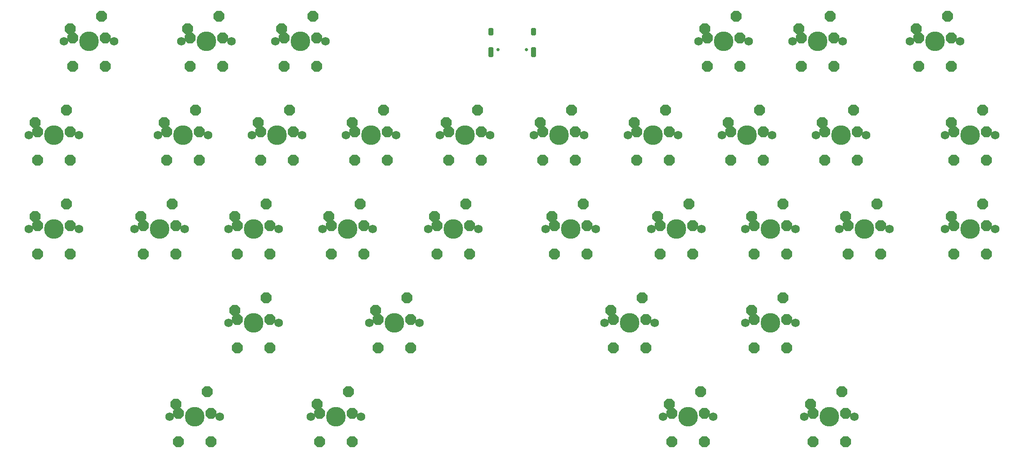
<source format=gbr>
G04 #@! TF.GenerationSoftware,KiCad,Pcbnew,6.0.8-1.fc36*
G04 #@! TF.CreationDate,2022-10-15T08:34:19+02:00*
G04 #@! TF.ProjectId,klacker_small,6b6c6163-6b65-4725-9f73-6d616c6c2e6b,rev?*
G04 #@! TF.SameCoordinates,Original*
G04 #@! TF.FileFunction,Soldermask,Top*
G04 #@! TF.FilePolarity,Negative*
%FSLAX46Y46*%
G04 Gerber Fmt 4.6, Leading zero omitted, Abs format (unit mm)*
G04 Created by KiCad (PCBNEW 6.0.8-1.fc36) date 2022-10-15 08:34:19*
%MOMM*%
%LPD*%
G01*
G04 APERTURE LIST*
G04 Aperture macros list*
%AMFreePoly0*
4,1,17,0.470280,1.085355,1.085355,0.470280,1.100000,0.434925,1.100000,-0.434925,1.085355,-0.470281,0.470280,-1.085355,0.434925,-1.100000,-0.434925,-1.100000,-0.470281,-1.085355,-1.085355,-0.470280,-1.100000,-0.434925,-1.100000,0.434925,-1.085355,0.470280,-0.470281,1.085355,-0.434925,1.100000,0.434925,1.100000,0.470280,1.085355,0.470280,1.085355,$1*%
%AMFreePoly1*
4,1,17,0.480635,1.110355,1.110356,0.480635,1.125000,0.445280,1.125000,-0.445280,1.110356,-0.480635,0.480635,-1.110355,0.445280,-1.125000,-0.445280,-1.125000,-0.480635,-1.110356,-1.110355,-0.480635,-1.125000,-0.445280,-1.125000,0.445280,-1.110355,0.480635,-0.480635,1.110356,-0.445280,1.125000,0.445280,1.125000,0.480635,1.110355,0.480635,1.110355,$1*%
%AMFreePoly2*
4,1,17,0.307538,0.785355,0.485355,0.607538,0.500000,0.572183,0.500000,-0.572183,0.485355,-0.607538,0.307538,-0.785355,0.272183,-0.800000,-0.272183,-0.800000,-0.307538,-0.785355,-0.485355,-0.607538,-0.500000,-0.572183,-0.500000,0.572183,-0.485355,0.607538,-0.307538,0.785355,-0.272183,0.800000,0.272183,0.800000,0.307538,0.785355,0.307538,0.785355,$1*%
%AMFreePoly3*
4,1,17,0.307538,1.035355,0.485355,0.857538,0.500000,0.822183,0.500000,-0.822183,0.485355,-0.857538,0.307538,-1.035355,0.272183,-1.050000,-0.272183,-1.050000,-0.307538,-1.035355,-0.485355,-0.857538,-0.500000,-0.822183,-0.500000,0.822183,-0.485355,0.857538,-0.307538,1.035355,-0.272183,1.050000,0.272183,1.050000,0.307538,1.035355,0.307538,1.035355,$1*%
G04 Aperture macros list end*
%ADD10C,1.750000*%
%ADD11C,3.987800*%
%ADD12FreePoly0,0.000000*%
%ADD13FreePoly1,0.000000*%
%ADD14C,0.650000*%
%ADD15FreePoly2,0.000000*%
%ADD16FreePoly3,0.000000*%
G04 APERTURE END LIST*
D10*
X97949000Y-104775000D03*
X87789000Y-104775000D03*
D11*
X92869000Y-104775000D03*
D12*
X89569000Y-104135000D03*
X89569000Y-109855000D03*
D13*
X89059000Y-102235000D03*
X95409000Y-99695000D03*
D12*
X96169000Y-104135000D03*
X96169000Y-109855000D03*
D10*
X175895000Y-66675000D03*
D11*
X180975000Y-66675000D03*
D10*
X186055000Y-66675000D03*
D12*
X177675000Y-71755000D03*
X177675000Y-66035000D03*
D13*
X177165000Y-64135000D03*
D12*
X184275000Y-71755000D03*
D13*
X183515000Y-61595000D03*
D12*
X184275000Y-66035000D03*
D10*
X157480000Y-85725000D03*
X147320000Y-85725000D03*
D11*
X152400000Y-85725000D03*
D13*
X148590000Y-83185000D03*
D12*
X149100000Y-85085000D03*
X149100000Y-90805000D03*
X155700000Y-85085000D03*
X155700000Y-90805000D03*
D13*
X154940000Y-80645000D03*
D11*
X221456250Y-66675000D03*
D10*
X226536250Y-66675000D03*
X216376250Y-66675000D03*
D12*
X218156250Y-66035000D03*
X218156250Y-71755000D03*
D13*
X217646250Y-64135000D03*
D12*
X224756250Y-66035000D03*
D13*
X223996250Y-61595000D03*
D12*
X224756250Y-71755000D03*
D10*
X71755000Y-28575000D03*
X61595000Y-28575000D03*
D11*
X66675000Y-28575000D03*
D12*
X63375000Y-33655000D03*
D13*
X62865000Y-26035000D03*
D12*
X63375000Y-27935000D03*
D13*
X69215000Y-23495000D03*
D12*
X69975000Y-33655000D03*
X69975000Y-27935000D03*
D11*
X164306000Y-104775000D03*
D10*
X169386000Y-104775000D03*
X159226000Y-104775000D03*
D13*
X160496000Y-102235000D03*
D12*
X161006000Y-104135000D03*
X161006000Y-109855000D03*
D13*
X166846000Y-99695000D03*
D12*
X167606000Y-104135000D03*
X167606000Y-109855000D03*
D11*
X221456250Y-47625000D03*
D10*
X216376250Y-47625000D03*
X226536250Y-47625000D03*
D12*
X218156250Y-46985000D03*
X218156250Y-52705000D03*
D13*
X217646250Y-45085000D03*
D12*
X224756250Y-52705000D03*
D13*
X223996250Y-42545000D03*
D12*
X224756250Y-46985000D03*
D11*
X76200000Y-85725000D03*
D10*
X71120000Y-85725000D03*
X81280000Y-85725000D03*
D13*
X72390000Y-83185000D03*
D12*
X72900000Y-85085000D03*
X72900000Y-90805000D03*
D13*
X78740000Y-80645000D03*
D12*
X79500000Y-85085000D03*
X79500000Y-90805000D03*
D10*
X40798750Y-47625000D03*
D11*
X35718750Y-47625000D03*
D10*
X30638750Y-47625000D03*
D12*
X32418750Y-52705000D03*
X32418750Y-46985000D03*
D13*
X31908750Y-45085000D03*
D12*
X39018750Y-46985000D03*
D13*
X38258750Y-42545000D03*
D12*
X39018750Y-52705000D03*
D11*
X157162500Y-47625000D03*
D10*
X162242500Y-47625000D03*
X152082500Y-47625000D03*
D12*
X153862500Y-52705000D03*
X153862500Y-46985000D03*
D13*
X153352500Y-45085000D03*
D12*
X160462500Y-52705000D03*
X160462500Y-46985000D03*
D13*
X159702500Y-42545000D03*
D10*
X186055000Y-85725000D03*
D11*
X180975000Y-85725000D03*
D10*
X175895000Y-85725000D03*
D13*
X177165000Y-83185000D03*
D12*
X177675000Y-90805000D03*
X177675000Y-85085000D03*
X184275000Y-90805000D03*
D13*
X183515000Y-80645000D03*
D12*
X184275000Y-85085000D03*
D11*
X200025000Y-66675000D03*
D10*
X205105000Y-66675000D03*
X194945000Y-66675000D03*
D13*
X196215000Y-64135000D03*
D12*
X196725000Y-66035000D03*
X196725000Y-71755000D03*
X203325000Y-71755000D03*
D13*
X202565000Y-61595000D03*
D12*
X203325000Y-66035000D03*
D11*
X85725000Y-28575000D03*
D10*
X80645000Y-28575000D03*
X90805000Y-28575000D03*
D12*
X82425000Y-33655000D03*
X82425000Y-27935000D03*
D13*
X81915000Y-26035000D03*
X88265000Y-23495000D03*
D12*
X89025000Y-27935000D03*
X89025000Y-33655000D03*
D11*
X57150000Y-66675000D03*
D10*
X62230000Y-66675000D03*
X52070000Y-66675000D03*
D12*
X53850000Y-71755000D03*
X53850000Y-66035000D03*
D13*
X53340000Y-64135000D03*
X59690000Y-61595000D03*
D12*
X60450000Y-66035000D03*
X60450000Y-71755000D03*
D10*
X105092500Y-47625000D03*
X94932500Y-47625000D03*
D11*
X100012500Y-47625000D03*
D12*
X96712500Y-52705000D03*
X96712500Y-46985000D03*
D13*
X96202500Y-45085000D03*
D12*
X103312500Y-52705000D03*
D13*
X102552500Y-42545000D03*
D12*
X103312500Y-46985000D03*
D10*
X171132500Y-47625000D03*
X181292500Y-47625000D03*
D11*
X176212500Y-47625000D03*
D13*
X172402500Y-45085000D03*
D12*
X172912500Y-52705000D03*
X172912500Y-46985000D03*
X179512500Y-46985000D03*
X179512500Y-52705000D03*
D13*
X178752500Y-42545000D03*
D10*
X99695000Y-85725000D03*
X109855000Y-85725000D03*
D11*
X104775000Y-85725000D03*
D12*
X101475000Y-85085000D03*
D13*
X100965000Y-83185000D03*
D12*
X101475000Y-90805000D03*
D13*
X107315000Y-80645000D03*
D12*
X108075000Y-90805000D03*
X108075000Y-85085000D03*
D10*
X37782500Y-28575000D03*
D11*
X42862500Y-28575000D03*
D10*
X47942500Y-28575000D03*
D12*
X39562500Y-27935000D03*
D13*
X39052500Y-26035000D03*
D12*
X39562500Y-33655000D03*
D13*
X45402500Y-23495000D03*
D12*
X46162500Y-27935000D03*
X46162500Y-33655000D03*
D10*
X200342500Y-47625000D03*
D11*
X195262500Y-47625000D03*
D10*
X190182500Y-47625000D03*
D13*
X191452500Y-45085000D03*
D12*
X191962500Y-46985000D03*
X191962500Y-52705000D03*
D13*
X197802500Y-42545000D03*
D12*
X198562500Y-46985000D03*
X198562500Y-52705000D03*
D10*
X71120000Y-66675000D03*
X81280000Y-66675000D03*
D11*
X76200000Y-66675000D03*
D12*
X72900000Y-66035000D03*
D13*
X72390000Y-64135000D03*
D12*
X72900000Y-71755000D03*
D13*
X78740000Y-61595000D03*
D12*
X79500000Y-66035000D03*
X79500000Y-71755000D03*
D10*
X166370000Y-28575000D03*
D11*
X171450000Y-28575000D03*
D10*
X176530000Y-28575000D03*
D12*
X168150000Y-33655000D03*
X168150000Y-27935000D03*
D13*
X167640000Y-26035000D03*
X173990000Y-23495000D03*
D12*
X174750000Y-33655000D03*
X174750000Y-27935000D03*
D10*
X195580000Y-28575000D03*
D11*
X190500000Y-28575000D03*
D10*
X185420000Y-28575000D03*
D12*
X187200000Y-27935000D03*
D13*
X186690000Y-26035000D03*
D12*
X187200000Y-33655000D03*
D13*
X193040000Y-23495000D03*
D12*
X193800000Y-27935000D03*
X193800000Y-33655000D03*
D10*
X167005000Y-66675000D03*
D11*
X161925000Y-66675000D03*
D10*
X156845000Y-66675000D03*
D12*
X158625000Y-71755000D03*
X158625000Y-66035000D03*
D13*
X158115000Y-64135000D03*
D12*
X165225000Y-66035000D03*
D13*
X164465000Y-61595000D03*
D12*
X165225000Y-71755000D03*
D10*
X30638750Y-66675000D03*
X40798750Y-66675000D03*
D11*
X35718750Y-66675000D03*
D12*
X32418750Y-71755000D03*
X32418750Y-66035000D03*
D13*
X31908750Y-64135000D03*
D12*
X39018750Y-71755000D03*
D13*
X38258750Y-61595000D03*
D12*
X39018750Y-66035000D03*
D10*
X187801000Y-104775000D03*
D11*
X192881000Y-104775000D03*
D10*
X197961000Y-104775000D03*
D13*
X189071000Y-102235000D03*
D12*
X189581000Y-109855000D03*
X189581000Y-104135000D03*
D13*
X195421000Y-99695000D03*
D12*
X196181000Y-104135000D03*
X196181000Y-109855000D03*
D10*
X209232500Y-28575000D03*
X219392500Y-28575000D03*
D11*
X214312500Y-28575000D03*
D13*
X210502500Y-26035000D03*
D12*
X211012500Y-33655000D03*
X211012500Y-27935000D03*
X217612500Y-27935000D03*
X217612500Y-33655000D03*
D13*
X216852500Y-23495000D03*
D10*
X56832500Y-47625000D03*
D11*
X61912500Y-47625000D03*
D10*
X66992500Y-47625000D03*
D12*
X58612500Y-46985000D03*
D13*
X58102500Y-45085000D03*
D12*
X58612500Y-52705000D03*
X65212500Y-52705000D03*
D13*
X64452500Y-42545000D03*
D12*
X65212500Y-46985000D03*
D10*
X145573750Y-66675000D03*
X135413750Y-66675000D03*
D11*
X140493750Y-66675000D03*
D12*
X137193750Y-66035000D03*
D13*
X136683750Y-64135000D03*
D12*
X137193750Y-71755000D03*
X143793750Y-66035000D03*
D13*
X143033750Y-61595000D03*
D12*
X143793750Y-71755000D03*
D11*
X116681250Y-66675000D03*
D10*
X121761250Y-66675000D03*
X111601250Y-66675000D03*
D12*
X113381250Y-71755000D03*
X113381250Y-66035000D03*
D13*
X112871250Y-64135000D03*
D12*
X119981250Y-71755000D03*
D13*
X119221250Y-61595000D03*
D12*
X119981250Y-66035000D03*
D10*
X69374000Y-104775000D03*
D11*
X64294000Y-104775000D03*
D10*
X59214000Y-104775000D03*
D12*
X60994000Y-104135000D03*
D13*
X60484000Y-102235000D03*
D12*
X60994000Y-109855000D03*
X67594000Y-104135000D03*
X67594000Y-109855000D03*
D13*
X66834000Y-99695000D03*
D10*
X133032500Y-47625000D03*
X143192500Y-47625000D03*
D11*
X138112500Y-47625000D03*
D12*
X134812500Y-46985000D03*
D13*
X134302500Y-45085000D03*
D12*
X134812500Y-52705000D03*
X141412500Y-52705000D03*
X141412500Y-46985000D03*
D13*
X140652500Y-42545000D03*
D10*
X75882500Y-47625000D03*
X86042500Y-47625000D03*
D11*
X80962500Y-47625000D03*
D12*
X77662500Y-46985000D03*
D13*
X77152500Y-45085000D03*
D12*
X77662500Y-52705000D03*
X84262500Y-46985000D03*
X84262500Y-52705000D03*
D13*
X83502500Y-42545000D03*
D10*
X113982500Y-47625000D03*
X124142500Y-47625000D03*
D11*
X119062500Y-47625000D03*
D12*
X115762500Y-46985000D03*
D13*
X115252500Y-45085000D03*
D12*
X115762500Y-52705000D03*
X122362500Y-46985000D03*
X122362500Y-52705000D03*
D13*
X121602500Y-42545000D03*
D10*
X100330000Y-66675000D03*
X90170000Y-66675000D03*
D11*
X95250000Y-66675000D03*
D12*
X91950000Y-71755000D03*
D13*
X91440000Y-64135000D03*
D12*
X91950000Y-66035000D03*
D13*
X97790000Y-61595000D03*
D12*
X98550000Y-66035000D03*
X98550000Y-71755000D03*
D14*
X131500000Y-30267500D03*
X125720000Y-30267500D03*
D15*
X132930000Y-26617500D03*
D16*
X124290000Y-30797500D03*
X132930000Y-30797500D03*
D15*
X124290000Y-26617500D03*
M02*

</source>
